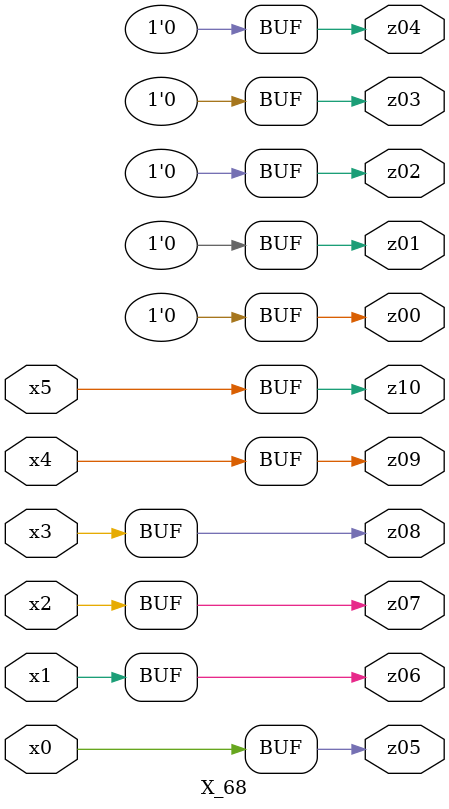
<source format=v>

module X_68 ( 
    x0, x1, x2, x3, x4, x5,
    z00, z01, z02, z03, z04, z05, z06, z07, z08, z09, z10  );
  input  x0, x1, x2, x3, x4, x5;
  output z00, z01, z02, z03, z04, z05, z06, z07, z08, z09, z10;
  assign z00 = 1'b0;
  assign z01 = 1'b0;
  assign z02 = 1'b0;
  assign z03 = 1'b0;
  assign z04 = 1'b0;
  assign z05 = x0;
  assign z06 = x1;
  assign z07 = x2;
  assign z08 = x3;
  assign z09 = x4;
  assign z10 = x5;
endmodule



</source>
